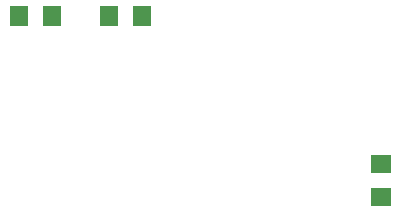
<source format=gbr>
G04 EAGLE Gerber RS-274X export*
G75*
%MOMM*%
%FSLAX34Y34*%
%LPD*%
%INSolderpaste Top*%
%IPPOS*%
%AMOC8*
5,1,8,0,0,1.08239X$1,22.5*%
G01*
%ADD10R,1.600000X1.800000*%
%ADD11R,1.803000X1.600000*%


D10*
X255300Y355600D03*
X227300Y355600D03*
X303500Y355600D03*
X331500Y355600D03*
D11*
X533400Y201680D03*
X533400Y230120D03*
M02*

</source>
